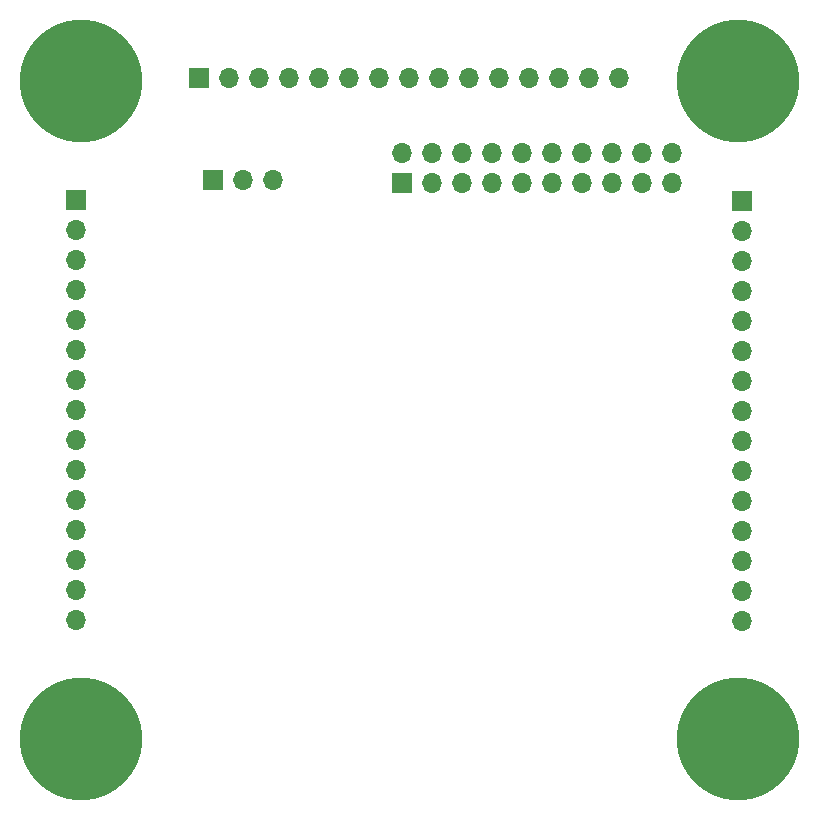
<source format=gbr>
%TF.GenerationSoftware,KiCad,Pcbnew,7.0.7*%
%TF.CreationDate,2024-02-10T00:47:22+05:30*%
%TF.ProjectId,MC_stack,4d435f73-7461-4636-9b2e-6b696361645f,rev?*%
%TF.SameCoordinates,Original*%
%TF.FileFunction,Soldermask,Bot*%
%TF.FilePolarity,Negative*%
%FSLAX46Y46*%
G04 Gerber Fmt 4.6, Leading zero omitted, Abs format (unit mm)*
G04 Created by KiCad (PCBNEW 7.0.7) date 2024-02-10 00:47:22*
%MOMM*%
%LPD*%
G01*
G04 APERTURE LIST*
%ADD10R,1.700000X1.700000*%
%ADD11O,1.700000X1.700000*%
%ADD12C,10.400000*%
G04 APERTURE END LIST*
D10*
%TO.C,J1*%
X143256000Y-64465200D03*
D11*
X143256000Y-61925200D03*
X145796000Y-64465200D03*
X145796000Y-61925200D03*
X148336000Y-64465200D03*
X148336000Y-61925200D03*
X150876000Y-64465200D03*
X150876000Y-61925200D03*
X153416000Y-64465200D03*
X153416000Y-61925200D03*
X155956000Y-64465200D03*
X155956000Y-61925200D03*
X158496000Y-64465200D03*
X158496000Y-61925200D03*
X161036000Y-64465200D03*
X161036000Y-61925200D03*
X163576000Y-64465200D03*
X163576000Y-61925200D03*
X166116000Y-64465200D03*
X166116000Y-61925200D03*
%TD*%
D10*
%TO.C,J2*%
X127330200Y-64262000D03*
D11*
X129870200Y-64262000D03*
X132410200Y-64262000D03*
%TD*%
D10*
%TO.C,U3*%
X172111400Y-65990200D03*
D11*
X172111400Y-68530200D03*
X172111400Y-71070200D03*
X172111400Y-73610200D03*
X172111400Y-76150200D03*
X172111400Y-78690200D03*
X172111400Y-81230200D03*
X172111400Y-83770200D03*
X172111400Y-86310200D03*
X172111400Y-88850200D03*
X172111400Y-91390200D03*
X172111400Y-93930200D03*
X172111400Y-96470200D03*
X172111400Y-99010200D03*
X172111400Y-101550200D03*
X115711400Y-101520200D03*
X115711400Y-98980200D03*
X115711400Y-96440200D03*
X115711400Y-93900200D03*
X115711400Y-91360200D03*
X115711400Y-88820200D03*
X115711400Y-86280200D03*
X115711400Y-83740200D03*
X115711400Y-81200200D03*
X115711400Y-78660200D03*
X115711400Y-76120200D03*
X115711400Y-73580200D03*
X115711400Y-71040200D03*
X115711400Y-68500200D03*
D10*
X115711400Y-65960200D03*
X126136400Y-55575200D03*
D11*
X128676400Y-55575200D03*
X131216400Y-55575200D03*
X133756400Y-55575200D03*
X136296400Y-55575200D03*
X138836400Y-55575200D03*
X141376400Y-55575200D03*
X143916400Y-55575200D03*
X146456400Y-55575200D03*
X148996400Y-55575200D03*
X151536400Y-55575200D03*
X154076400Y-55575200D03*
X156616400Y-55575200D03*
X159156400Y-55575200D03*
X161696400Y-55575200D03*
D12*
X171711400Y-111575200D03*
X116111400Y-111575200D03*
X116111400Y-55875200D03*
X171711400Y-55890200D03*
%TD*%
M02*

</source>
